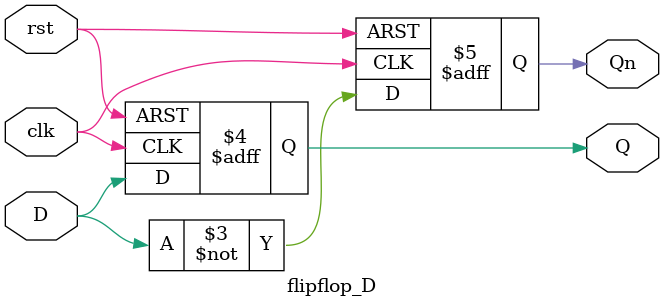
<source format=v>
module flipflop_D(D, clk, rst, Q, Qn);

	input D, clk, rst;
	output reg Q, Qn;

	always @ (posedge clk ,negedge rst)
	begin
		if(!rst)
		begin
			Q <= 1'b0;
			Qn  <= 1'b1;
		end
		else
		begin
			Q <= D;
			Qn <= ~D;
		end	   
	end

endmodule

</source>
